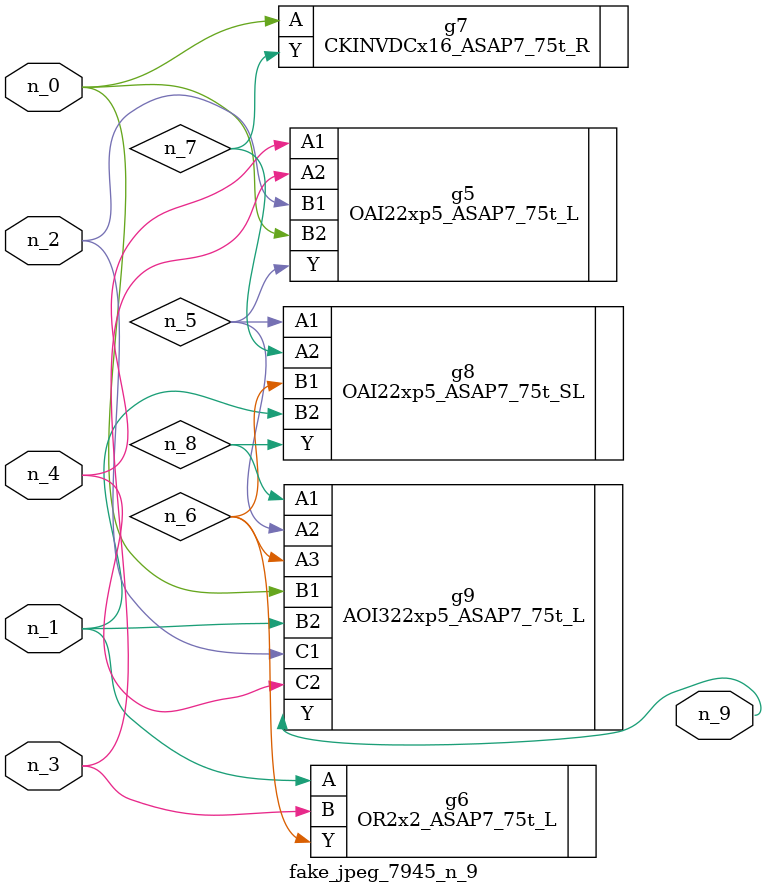
<source format=v>
module fake_jpeg_7945_n_9 (n_3, n_2, n_1, n_0, n_4, n_9);

input n_3;
input n_2;
input n_1;
input n_0;
input n_4;

output n_9;

wire n_8;
wire n_6;
wire n_5;
wire n_7;

OAI22xp5_ASAP7_75t_L g5 ( 
.A1(n_4),
.A2(n_3),
.B1(n_2),
.B2(n_0),
.Y(n_5)
);

OR2x2_ASAP7_75t_L g6 ( 
.A(n_1),
.B(n_3),
.Y(n_6)
);

CKINVDCx16_ASAP7_75t_R g7 ( 
.A(n_0),
.Y(n_7)
);

OAI22xp5_ASAP7_75t_SL g8 ( 
.A1(n_5),
.A2(n_7),
.B1(n_6),
.B2(n_1),
.Y(n_8)
);

AOI322xp5_ASAP7_75t_L g9 ( 
.A1(n_8),
.A2(n_5),
.A3(n_6),
.B1(n_0),
.B2(n_1),
.C1(n_2),
.C2(n_4),
.Y(n_9)
);


endmodule
</source>
